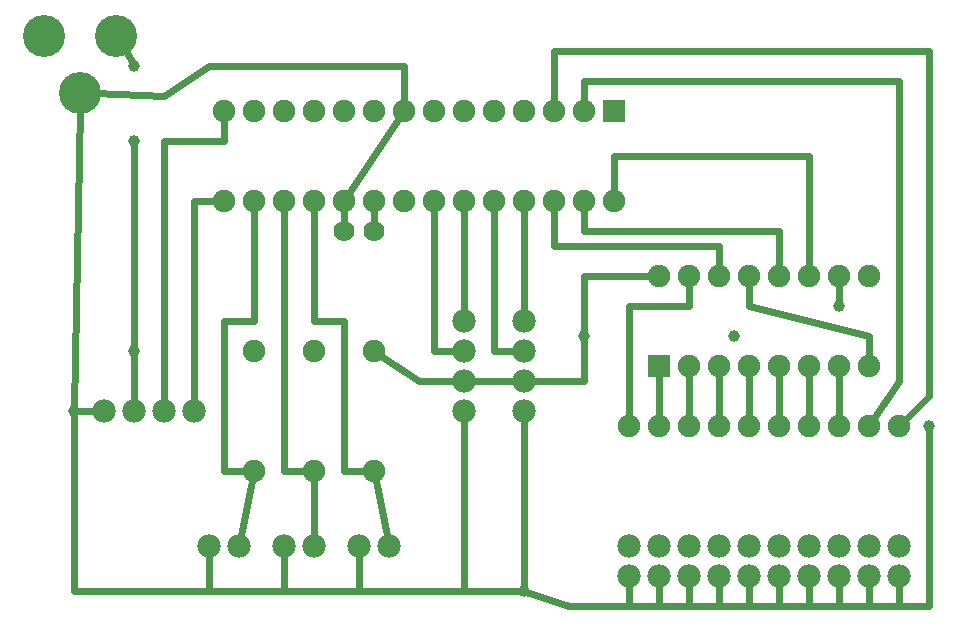
<source format=gtl>
G04 MADE WITH FRITZING*
G04 WWW.FRITZING.ORG*
G04 DOUBLE SIDED*
G04 HOLES PLATED*
G04 CONTOUR ON CENTER OF CONTOUR VECTOR*
%ASAXBY*%
%FSLAX23Y23*%
%MOIN*%
%OFA0B0*%
%SFA1.0B1.0*%
%ADD10C,0.075000*%
%ADD11C,0.140000*%
%ADD12C,0.070000*%
%ADD13C,0.078000*%
%ADD14C,0.039370*%
%ADD15R,0.075000X0.075000*%
%ADD16C,0.024000*%
%LNCOPPER1*%
G90*
G70*
G54D10*
X2222Y1722D03*
X2222Y1422D03*
X2122Y1722D03*
X2122Y1422D03*
X2022Y1722D03*
X2022Y1422D03*
X1922Y1722D03*
X1922Y1422D03*
X1822Y1722D03*
X1822Y1422D03*
X1722Y1722D03*
X1722Y1422D03*
X1622Y1722D03*
X1622Y1422D03*
X1522Y1722D03*
X1522Y1422D03*
X1422Y1722D03*
X1422Y1422D03*
X1322Y1722D03*
X1322Y1422D03*
X1222Y1722D03*
X1222Y1422D03*
X1122Y1722D03*
X1122Y1422D03*
X1022Y1722D03*
X1022Y1422D03*
X922Y1722D03*
X922Y1422D03*
G54D11*
X562Y1972D03*
X322Y1972D03*
X442Y1782D03*
G54D12*
X1322Y1322D03*
X1422Y1322D03*
G54D13*
X522Y722D03*
X622Y722D03*
X722Y722D03*
X822Y722D03*
X1372Y272D03*
X1472Y272D03*
X1122Y272D03*
X1222Y272D03*
X872Y272D03*
X972Y272D03*
G54D14*
X422Y722D03*
G54D10*
X1022Y522D03*
X1022Y922D03*
X1222Y522D03*
X1222Y922D03*
X1422Y522D03*
X1422Y922D03*
G54D13*
X1722Y1022D03*
X1722Y922D03*
X1722Y822D03*
X1722Y722D03*
X1922Y1022D03*
X1922Y922D03*
X1922Y822D03*
X1922Y722D03*
G54D10*
X2372Y872D03*
X2372Y1172D03*
X2472Y872D03*
X2472Y1172D03*
X2572Y872D03*
X2572Y1172D03*
X2672Y872D03*
X2672Y1172D03*
X2772Y872D03*
X2772Y1172D03*
X2872Y872D03*
X2872Y1172D03*
X2972Y872D03*
X2972Y1172D03*
X3072Y872D03*
X3072Y1172D03*
G54D14*
X623Y1873D03*
X623Y1621D03*
X623Y923D03*
G54D13*
X2272Y172D03*
X2372Y172D03*
X2472Y172D03*
X2572Y172D03*
X2672Y172D03*
X2772Y172D03*
X2872Y172D03*
X2972Y172D03*
X3072Y172D03*
X3172Y172D03*
X2272Y172D03*
X2372Y172D03*
X2472Y172D03*
X2572Y172D03*
X2672Y172D03*
X2772Y172D03*
X2872Y172D03*
X2972Y172D03*
X3072Y172D03*
X3172Y172D03*
X3172Y272D03*
X3072Y272D03*
X2972Y272D03*
X2872Y272D03*
X2772Y272D03*
X2672Y272D03*
X2572Y272D03*
X2472Y272D03*
X2372Y272D03*
X2272Y272D03*
G54D10*
X2272Y272D03*
X2272Y672D03*
G54D14*
X1922Y121D03*
G54D10*
X2372Y272D03*
X2372Y672D03*
X2472Y272D03*
X2472Y672D03*
X2572Y272D03*
X2572Y672D03*
X2672Y272D03*
X2672Y672D03*
X2772Y272D03*
X2772Y672D03*
X2872Y272D03*
X2872Y672D03*
X2972Y272D03*
X2972Y672D03*
X3072Y272D03*
X3072Y672D03*
X3172Y272D03*
X3172Y672D03*
G54D14*
X3273Y671D03*
X2122Y973D03*
X2621Y973D03*
X2971Y1072D03*
G54D15*
X2222Y1722D03*
X2372Y872D03*
G54D16*
X1322Y1405D02*
X1322Y1337D01*
D02*
X1422Y1405D02*
X1422Y1337D01*
D02*
X1332Y1437D02*
X1513Y1708D01*
D02*
X822Y1421D02*
X905Y1422D01*
D02*
X822Y741D02*
X822Y1222D01*
D02*
X822Y1222D02*
X822Y1421D01*
D02*
X921Y1622D02*
X922Y1705D01*
D02*
X723Y1622D02*
X921Y1622D01*
D02*
X722Y741D02*
X723Y1622D01*
D02*
X422Y730D02*
X441Y1732D01*
D02*
X503Y722D02*
X430Y722D01*
D02*
X873Y1872D02*
X723Y1771D01*
D02*
X1522Y1872D02*
X873Y1872D01*
D02*
X723Y1771D02*
X492Y1780D01*
D02*
X1522Y1740D02*
X1522Y1872D01*
D02*
X872Y122D02*
X423Y122D01*
D02*
X423Y122D02*
X422Y714D01*
D02*
X872Y253D02*
X872Y122D01*
D02*
X922Y523D02*
X922Y1022D01*
D02*
X922Y1022D02*
X1022Y1022D01*
D02*
X1022Y1022D02*
X1022Y1405D01*
D02*
X1005Y522D02*
X922Y523D01*
D02*
X976Y291D02*
X1019Y505D01*
D02*
X1121Y523D02*
X1121Y1022D01*
D02*
X1121Y1022D02*
X1122Y1405D01*
D02*
X1205Y522D02*
X1121Y523D01*
D02*
X1222Y291D02*
X1222Y505D01*
D02*
X1121Y122D02*
X1122Y253D01*
D02*
X872Y122D02*
X1121Y122D01*
D02*
X1321Y523D02*
X1321Y1022D01*
D02*
X1321Y1022D02*
X1221Y1022D01*
D02*
X1221Y1022D02*
X1222Y1405D01*
D02*
X1405Y522D02*
X1321Y523D01*
D02*
X1469Y291D02*
X1426Y505D01*
D02*
X1722Y1041D02*
X1722Y1405D01*
D02*
X1703Y922D02*
X1623Y923D01*
D02*
X1623Y923D02*
X1622Y1405D01*
D02*
X1703Y822D02*
X1572Y823D01*
D02*
X1572Y823D02*
X1437Y913D01*
D02*
X1922Y1041D02*
X1922Y1405D01*
D02*
X1823Y923D02*
X1822Y1405D01*
D02*
X1903Y922D02*
X1823Y923D01*
D02*
X1903Y822D02*
X1741Y822D01*
D02*
X1374Y122D02*
X1372Y253D01*
D02*
X1121Y122D02*
X1374Y122D01*
D02*
X1374Y122D02*
X1723Y122D01*
D02*
X1723Y122D02*
X1722Y703D01*
D02*
X1922Y129D02*
X1922Y703D01*
D02*
X1723Y122D02*
X1914Y121D01*
D02*
X618Y1880D02*
X588Y1930D01*
D02*
X623Y930D02*
X623Y1613D01*
D02*
X622Y741D02*
X623Y915D01*
D02*
X2472Y1072D02*
X2472Y1155D01*
D02*
X2272Y690D02*
X2272Y1072D01*
D02*
X2272Y1072D02*
X2472Y1072D01*
D02*
X2071Y73D02*
X1929Y119D01*
D02*
X2272Y73D02*
X2071Y73D01*
D02*
X2272Y153D02*
X2272Y73D01*
D02*
X2373Y73D02*
X2372Y153D01*
D02*
X2272Y73D02*
X2373Y73D01*
D02*
X2472Y73D02*
X2472Y153D01*
D02*
X2373Y73D02*
X2472Y73D01*
D02*
X2472Y73D02*
X2573Y73D01*
D02*
X2573Y73D02*
X2572Y153D01*
D02*
X2672Y73D02*
X2672Y153D01*
D02*
X2573Y73D02*
X2672Y73D01*
D02*
X2672Y73D02*
X2773Y73D01*
D02*
X2773Y73D02*
X2772Y153D01*
D02*
X2872Y73D02*
X2872Y153D01*
D02*
X2773Y73D02*
X2872Y73D01*
D02*
X2971Y73D02*
X2972Y153D01*
D02*
X2872Y73D02*
X2971Y73D01*
D02*
X2971Y73D02*
X3073Y73D01*
D02*
X3073Y73D02*
X3072Y153D01*
D02*
X3171Y73D02*
X3172Y153D01*
D02*
X3073Y73D02*
X3171Y73D01*
D02*
X2122Y1173D02*
X2122Y981D01*
D02*
X2122Y965D02*
X2122Y823D01*
D02*
X2122Y823D02*
X1941Y822D01*
D02*
X2355Y1172D02*
X2122Y1173D01*
D02*
X3273Y73D02*
X3273Y572D01*
D02*
X3273Y572D02*
X3273Y663D01*
D02*
X3171Y73D02*
X3273Y73D01*
D02*
X2372Y855D02*
X2372Y690D01*
D02*
X2472Y855D02*
X2472Y690D01*
D02*
X2572Y855D02*
X2572Y690D01*
D02*
X2672Y855D02*
X2672Y690D01*
D02*
X2772Y855D02*
X2772Y690D01*
D02*
X2872Y855D02*
X2872Y690D01*
D02*
X2972Y855D02*
X2972Y690D01*
D02*
X2122Y1323D02*
X2122Y1405D01*
D02*
X2773Y1323D02*
X2122Y1323D01*
D02*
X2772Y1190D02*
X2773Y1323D01*
D02*
X2573Y1272D02*
X2023Y1272D01*
D02*
X2572Y1190D02*
X2573Y1272D01*
D02*
X2023Y1272D02*
X2022Y1405D01*
D02*
X2672Y1072D02*
X2672Y1155D01*
D02*
X3073Y973D02*
X2672Y1072D01*
D02*
X3072Y890D02*
X3073Y973D01*
D02*
X2971Y1080D02*
X2972Y1155D01*
D02*
X3273Y1923D02*
X2023Y1923D01*
D02*
X2023Y1923D02*
X2022Y1740D01*
D02*
X3273Y773D02*
X3273Y1923D01*
D02*
X3185Y685D02*
X3273Y773D01*
D02*
X3171Y1822D02*
X2122Y1822D01*
D02*
X3171Y823D02*
X3171Y1822D01*
D02*
X2122Y1822D02*
X2122Y1740D01*
D02*
X3082Y687D02*
X3171Y823D01*
D02*
X2872Y1573D02*
X2221Y1573D01*
D02*
X2221Y1573D02*
X2222Y1440D01*
D02*
X2872Y1190D02*
X2872Y1573D01*
G04 End of Copper1*
M02*
</source>
